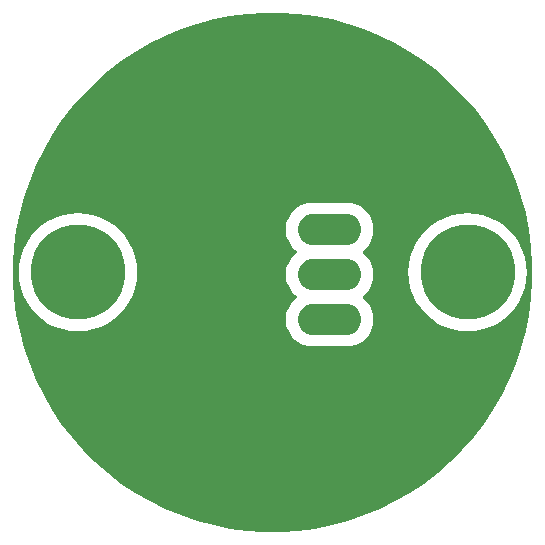
<source format=gbl>
G04*
G04 #@! TF.GenerationSoftware,Altium Limited,Altium Designer,20.1.8 (145)*
G04*
G04 Layer_Physical_Order=2*
G04 Layer_Color=16711680*
%FSTAX43Y43*%
%MOMM*%
G71*
G04*
G04 #@! TF.SameCoordinates,460DBC9C-AD8D-49FB-B63B-80CA5A5567CC*
G04*
G04*
G04 #@! TF.FilePolarity,Positive*
G04*
G01*
G75*
%ADD14C,2.200*%
%ADD15C,8.000*%
G36*
X0097157Y0096897D02*
X0098584Y0096709D01*
X0099996Y0096428D01*
X0101387Y0096055D01*
X010275Y0095593D01*
X0104081Y0095042D01*
X0105372Y0094405D01*
X0106619Y0093685D01*
X0107816Y0092885D01*
X0108958Y0092008D01*
X0110041Y0091059D01*
X0111059Y0090041D01*
X0112008Y0088958D01*
X0112885Y0087816D01*
X0113685Y0086619D01*
X0114405Y0085372D01*
X0115042Y0084081D01*
X0115593Y008275D01*
X0116055Y0081387D01*
X0116428Y0079996D01*
X0116709Y0078584D01*
X0116897Y0077157D01*
X0116991Y007572D01*
Y0075D01*
Y007428D01*
X0116897Y0072843D01*
X0116709Y0071416D01*
X0116428Y0070004D01*
X0116055Y0068613D01*
X0115593Y0067249D01*
X0115042Y0065919D01*
X0114405Y0064628D01*
X0113685Y0063381D01*
X0112885Y0062184D01*
X0112008Y0061042D01*
X0111059Y0059959D01*
X0110041Y0058941D01*
X0108958Y0057992D01*
X0107816Y0057115D01*
X0106619Y0056315D01*
X0105372Y0055595D01*
X0104081Y0054958D01*
X010275Y0054407D01*
X0101387Y0053945D01*
X0099996Y0053572D01*
X0098584Y0053291D01*
X0097157Y0053103D01*
X009572Y0053009D01*
X009428D01*
X0092843Y0053103D01*
X0091416Y0053291D01*
X0090004Y0053572D01*
X0088613Y0053945D01*
X008725Y0054407D01*
X0085919Y0054958D01*
X0084628Y0055595D01*
X0083381Y0056315D01*
X0082184Y0057115D01*
X0081042Y0057992D01*
X0079959Y0058941D01*
X0078941Y0059959D01*
X0077992Y0061042D01*
X0077115Y0062184D01*
X0076315Y0063381D01*
X0075595Y0064628D01*
X0074958Y0065919D01*
X0074407Y0067249D01*
X0073945Y0068613D01*
X0073572Y0070004D01*
X0073291Y0071416D01*
X0073103Y0072843D01*
X0073009Y007428D01*
Y0075D01*
Y007572D01*
X0073103Y0077157D01*
X0073291Y0078584D01*
X0073572Y0079996D01*
X0073945Y0081387D01*
X0074407Y008275D01*
X0074958Y0084081D01*
X0075595Y0085372D01*
X0076315Y0086619D01*
X0077115Y0087816D01*
X0077992Y0088958D01*
X0078941Y0090041D01*
X0079959Y0091059D01*
X0081042Y0092008D01*
X0082184Y0092885D01*
X0083381Y0093685D01*
X0084628Y0094405D01*
X0085919Y0095042D01*
X008725Y0095593D01*
X0088613Y0096055D01*
X0090004Y0096428D01*
X0091416Y0096709D01*
X0092843Y0096897D01*
X009428Y0096991D01*
X009572D01*
X0097157Y0096897D01*
D02*
G37*
%LPC*%
G36*
X01115Y0080011D02*
X0110846Y0079968D01*
X0110203Y007984D01*
X0109582Y0079629D01*
X0108995Y0079339D01*
X010845Y0078975D01*
X0107957Y0078543D01*
X0107525Y007805D01*
X0107161Y0077505D01*
X0106871Y0076918D01*
X010666Y0076297D01*
X0106532Y0075654D01*
X0106489Y0075D01*
X0106532Y0074346D01*
X010666Y0073703D01*
X0106871Y0073082D01*
X0107161Y0072495D01*
X0107525Y007195D01*
X0107957Y0071457D01*
X010845Y0071025D01*
X0108995Y0070661D01*
X0109582Y0070371D01*
X0110203Y007016D01*
X0110846Y0070032D01*
X01115Y0069989D01*
X0112154Y0070032D01*
X0112797Y007016D01*
X0113418Y0070371D01*
X0114005Y0070661D01*
X011455Y0071025D01*
X0115043Y0071457D01*
X0115475Y007195D01*
X0115839Y0072495D01*
X0116129Y0073082D01*
X011634Y0073703D01*
X0116468Y0074346D01*
X0116511Y0075D01*
X0116468Y0075654D01*
X011634Y0076297D01*
X0116129Y0076918D01*
X0115839Y0077505D01*
X0115475Y007805D01*
X0115043Y0078543D01*
X011455Y0078975D01*
X0114005Y0079339D01*
X0113418Y0079629D01*
X0112797Y007984D01*
X0112154Y0079968D01*
X01115Y0080011D01*
D02*
G37*
G36*
X00785D02*
X0077846Y0079968D01*
X0077203Y007984D01*
X0076582Y0079629D01*
X0075995Y0079339D01*
X007545Y0078975D01*
X0074957Y0078543D01*
X0074525Y007805D01*
X0074161Y0077505D01*
X0073871Y0076918D01*
X007366Y0076297D01*
X0073532Y0075654D01*
X0073489Y0075D01*
X0073532Y0074346D01*
X007366Y0073703D01*
X0073871Y0073082D01*
X0074161Y0072495D01*
X0074525Y007195D01*
X0074957Y0071457D01*
X007545Y0071025D01*
X0075995Y0070661D01*
X0076582Y0070371D01*
X0077203Y007016D01*
X0077846Y0070032D01*
X00785Y0069989D01*
X0079154Y0070032D01*
X0079797Y007016D01*
X0080418Y0070371D01*
X0081005Y0070661D01*
X008155Y0071025D01*
X0082043Y0071457D01*
X0082475Y007195D01*
X0082839Y0072495D01*
X0083129Y0073082D01*
X008334Y0073703D01*
X0083468Y0074346D01*
X0083511Y0075D01*
X0083468Y0075654D01*
X008334Y0076297D01*
X0083129Y0076918D01*
X0082839Y0077505D01*
X0082475Y007805D01*
X0082043Y0078543D01*
X008155Y0078975D01*
X0081005Y0079339D01*
X0080418Y0079629D01*
X0079797Y007984D01*
X0079154Y0079968D01*
X00785Y0080011D01*
D02*
G37*
G36*
X0101398Y0080903D02*
X0098232D01*
X0097971Y0080869D01*
X0097647Y0080782D01*
X0097404Y0080681D01*
X0097113Y0080514D01*
X0096904Y0080353D01*
X0096667Y0080116D01*
X0096506Y0079907D01*
X0096339Y0079616D01*
X0096339Y0079616D01*
X0096238Y0079373D01*
X0096151Y0079049D01*
X0096117Y0078788D01*
Y0078452D01*
X0096151Y0078191D01*
X0096238Y0077867D01*
X0096339Y0077624D01*
X0096506Y0077333D01*
X0096667Y0077124D01*
X0096904Y0076887D01*
X0097024Y0076795D01*
Y0076635D01*
X0096904Y0076543D01*
X0096667Y0076306D01*
X0096506Y0076097D01*
X0096339Y0075806D01*
X0096339Y0075806D01*
X0096238Y0075563D01*
X0096151Y0075239D01*
X0096117Y0074978D01*
Y0074642D01*
X0096151Y0074381D01*
X0096238Y0074057D01*
X0096339Y0073814D01*
X0096506Y0073523D01*
X0096667Y0073314D01*
X0096904Y0073077D01*
X0097024Y0072985D01*
Y0072825D01*
X0096904Y0072733D01*
X0096667Y0072496D01*
X0096506Y0072287D01*
X0096339Y0071996D01*
X0096339Y0071996D01*
X0096238Y0071753D01*
X0096151Y0071429D01*
X0096117Y0071168D01*
Y0070832D01*
X0096151Y0070571D01*
X0096238Y0070247D01*
X0096339Y0070004D01*
X0096506Y0069713D01*
X0096667Y0069504D01*
X0096904Y0069267D01*
X0097113Y0069106D01*
X0097404Y0068939D01*
X0097404Y0068939D01*
X0097647Y0068838D01*
X0097971Y0068751D01*
X0098232Y0068717D01*
X0101398D01*
X0101659Y0068751D01*
X0101983Y0068838D01*
X0102226Y0068939D01*
X0102517Y0069106D01*
X0102726Y0069267D01*
X0102963Y0069504D01*
X0103123Y0069713D01*
X0103291Y0070004D01*
X0103392Y0070247D01*
X0103479Y0070571D01*
X0103513Y0070832D01*
Y0071168D01*
X0103479Y0071429D01*
X0103392Y0071753D01*
X0103291Y0071996D01*
X0103123Y0072287D01*
X0102963Y0072496D01*
X0102726Y0072733D01*
X0102606Y0072825D01*
Y0072985D01*
X0102726Y0073077D01*
X0102963Y0073314D01*
X0103123Y0073523D01*
X0103291Y0073814D01*
X0103392Y0074057D01*
X0103479Y0074381D01*
X0103513Y0074642D01*
Y0074978D01*
X0103479Y0075239D01*
X0103392Y0075563D01*
X0103291Y0075806D01*
X0103123Y0076097D01*
X0102963Y0076306D01*
X0102726Y0076543D01*
X0102606Y0076635D01*
Y0076795D01*
X0102726Y0076887D01*
X0102963Y0077124D01*
X0103123Y0077333D01*
X0103291Y0077624D01*
X0103392Y0077867D01*
X0103479Y0078191D01*
X0103513Y0078452D01*
Y0078788D01*
X0103479Y0079049D01*
X0103392Y0079373D01*
X0103291Y0079616D01*
X0103123Y0079907D01*
X0102963Y0080116D01*
X0102726Y0080353D01*
X0102517Y0080514D01*
X0102226Y0080681D01*
X0101983Y0080782D01*
X0101659Y0080869D01*
X0101398Y0080903D01*
D02*
G37*
%LPD*%
G36*
X0101722Y0079808D02*
X0102013Y007964D01*
X010225Y0079403D01*
X0102418Y0079112D01*
X0102505Y0078788D01*
Y0078452D01*
X0102418Y0078128D01*
X010225Y0077837D01*
X0102013Y00776D01*
X0101722Y0077432D01*
X0101398Y0077345D01*
X0098232D01*
X0097908Y0077432D01*
X0097617Y00776D01*
X009738Y0077837D01*
X0097212Y0078128D01*
X0097125Y0078452D01*
Y0078788D01*
X0097212Y0079112D01*
X009738Y0079403D01*
X0097617Y007964D01*
X0097908Y0079808D01*
X0098232Y0079895D01*
X0101398D01*
X0101722Y0079808D01*
D02*
G37*
G36*
Y0075998D02*
X0102013Y007583D01*
X010225Y0075593D01*
X0102418Y0075302D01*
X0102505Y0074978D01*
Y0074642D01*
X0102418Y0074318D01*
X010225Y0074027D01*
X0102013Y007379D01*
X0101722Y0073622D01*
X0101398Y0073535D01*
X0098232D01*
X0097908Y0073622D01*
X0097617Y007379D01*
X009738Y0074027D01*
X0097212Y0074318D01*
X0097125Y0074642D01*
Y0074978D01*
X0097212Y0075302D01*
X009738Y0075593D01*
X0097617Y007583D01*
X0097908Y0075998D01*
X0098232Y0076085D01*
X0101398D01*
X0101722Y0075998D01*
D02*
G37*
G36*
Y0072188D02*
X0102013Y007202D01*
X010225Y0071783D01*
X0102418Y0071492D01*
X0102505Y0071168D01*
Y0070832D01*
X0102418Y0070508D01*
X010225Y0070217D01*
X0102013Y006998D01*
X0101722Y0069812D01*
X0101398Y0069725D01*
X0098232D01*
X0097908Y0069812D01*
X0097617Y006998D01*
X009738Y0070217D01*
X0097212Y0070508D01*
X0097125Y0070832D01*
Y0071168D01*
X0097212Y0071492D01*
X009738Y0071783D01*
X0097617Y007202D01*
X0097908Y0072188D01*
X0098232Y0072275D01*
X0101398D01*
X0101722Y0072188D01*
D02*
G37*
D14*
X00984Y007862D02*
D03*
Y007481D02*
D03*
Y0071D02*
D03*
D15*
X01115Y0075D02*
D03*
X00785D02*
D03*
M02*

</source>
